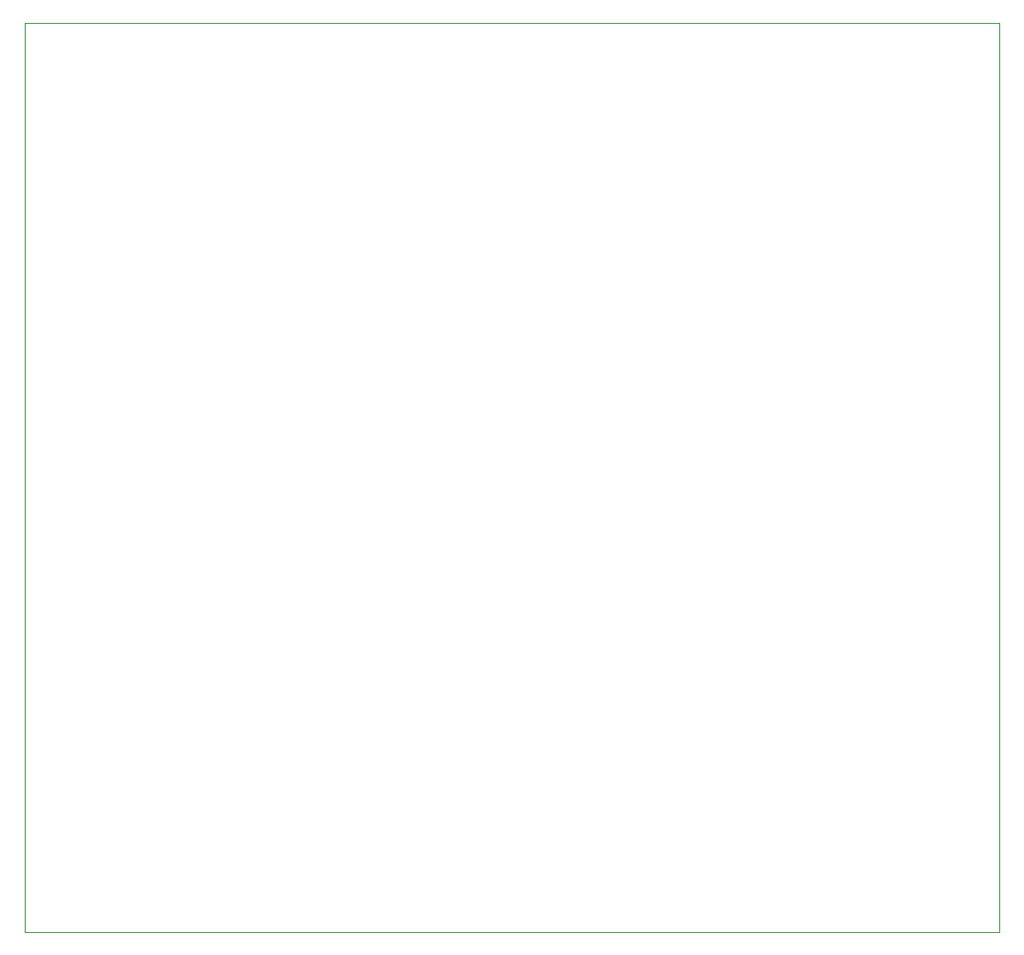
<source format=gbr>
%TF.GenerationSoftware,KiCad,Pcbnew,9.0.4*%
%TF.CreationDate,2025-08-26T10:36:07+02:00*%
%TF.ProjectId,TDA7267_2x2_panel,54444137-3236-4375-9f32-78325f70616e,rev?*%
%TF.SameCoordinates,Original*%
%TF.FileFunction,Profile,NP*%
%FSLAX46Y46*%
G04 Gerber Fmt 4.6, Leading zero omitted, Abs format (unit mm)*
G04 Created by KiCad (PCBNEW 9.0.4) date 2025-08-26 10:36:07*
%MOMM*%
%LPD*%
G01*
G04 APERTURE LIST*
%TA.AperFunction,Profile*%
%ADD10C,0.050000*%
%TD*%
G04 APERTURE END LIST*
D10*
X99500000Y-60000000D02*
X189500000Y-60000000D01*
X189500000Y-60000000D02*
X189500000Y-144000000D01*
X99500000Y-144000000D02*
X99500000Y-60000000D01*
X189500000Y-144000000D02*
X99500000Y-144000000D01*
M02*

</source>
